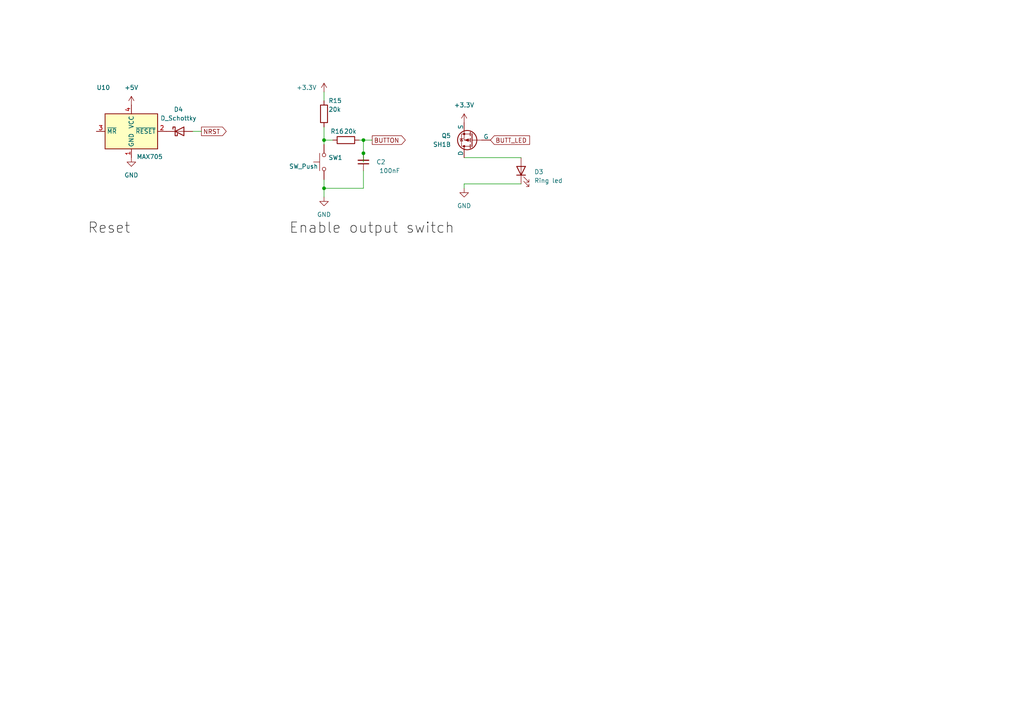
<source format=kicad_sch>
(kicad_sch (version 20250114) (generator "eeschema") (generator_version "9.0")
  (paper "A4")
  (lib_symbols
    (symbol "+3.3V_5" (power) (pin_names (offset 0))
      (property "Value" "+3.3V_5" (at 0 3.556 0))
      (symbol "+3.3V_5_0_1"
        (polyline (pts (xy -0.762 1.27) (xy 0 2.54)))
        (polyline (pts (xy 0 2.54) (xy 0.762 1.27)))
        (polyline (pts (xy 0 0) (xy 0 2.54)))
      )
      (symbol "+3.3V_5_1_1"
        (pin power_in line (at 0 0 90) (length 0) (hide yes) (name "+3.3V") (number "1"))
      )
    )
    (symbol "+3.3V_6" (power) (pin_names (offset 0))
      (property "Value" "+3.3V_6" (at 0 3.556 0))
      (symbol "+3.3V_6_0_1"
        (polyline (pts (xy -0.762 1.27) (xy 0 2.54)))
        (polyline (pts (xy 0 2.54) (xy 0.762 1.27)))
        (polyline (pts (xy 0 0) (xy 0 2.54)))
      )
      (symbol "+3.3V_6_1_1"
        (pin power_in line (at 0 0 90) (length 0) (hide yes) (name "+3.3V") (number "1"))
      )
    )
    (symbol "Device:C_Small" (pin_numbers (hide yes)) (pin_names (offset 0.254) (hide yes))
      (property "Reference" "C" (at 0.254 1.778 0))
      (property "Value" "C_Small" (at 0.254 -2.032 0))
      (symbol "C_Small_0_1"
        (polyline (pts (xy -1.524 0.508) (xy 1.524 0.508)) (stroke (width 0.3048)))
        (polyline (pts (xy -1.524 -0.508) (xy 1.524 -0.508)) (stroke (width 0.3302)))
      )
      (symbol "C_Small_1_1"
        (pin passive line (at 0 2.54 270) (length 2.032) (name "~") (number "1"))
        (pin passive line (at 0 -2.54 90) (length 2.032) (name "~") (number "2"))
      )
    )
    (symbol "Device:D_Schottky" (pin_numbers (hide yes)) (pin_names (offset 1.016) (hide yes))
      (property "Reference" "D" (at 0 2.54 0))
      (property "Value" "D_Schottky" (at 0 -2.54 0))
      (symbol "D_Schottky_0_1"
        (polyline (pts (xy -1.905 0.635) (xy -1.905 1.27) (xy -1.27 1.27) (xy -1.27 -1.27) (xy -0.635 -1.27) (xy -0.635 -0.635)) (stroke (width 0.254)))
        (polyline (pts (xy 1.27 1.27) (xy 1.27 -1.27) (xy -1.27 0) (xy 1.27 1.27)) (stroke (width 0.254)))
        (polyline (pts (xy 1.27 0) (xy -1.27 0)))
      )
      (symbol "D_Schottky_1_1"
        (pin passive line (at -3.81 0 0) (length 2.54) (name "K") (number "1"))
        (pin passive line (at 3.81 0 180) (length 2.54) (name "A") (number "2"))
      )
    )
    (symbol "Device:LED" (pin_numbers (hide yes)) (pin_names (offset 1.016) (hide yes))
      (property "Reference" "D" (at 0 2.54 0))
      (property "Value" "LED" (at 0 -2.54 0))
      (symbol "LED_0_1"
        (polyline (pts (xy -3.048 -0.762) (xy -4.572 -2.286) (xy -3.81 -2.286) (xy -4.572 -2.286) (xy -4.572 -1.524)))
        (polyline (pts (xy -1.778 -0.762) (xy -3.302 -2.286) (xy -2.54 -2.286) (xy -3.302 -2.286) (xy -3.302 -1.524)))
        (polyline (pts (xy -1.27 0) (xy 1.27 0)))
        (polyline (pts (xy -1.27 -1.27) (xy -1.27 1.27)) (stroke (width 0.254)))
        (polyline (pts (xy 1.27 -1.27) (xy 1.27 1.27) (xy -1.27 0) (xy 1.27 -1.27)) (stroke (width 0.254)))
      )
      (symbol "LED_1_1"
        (pin passive line (at -3.81 0 0) (length 2.54) (name "K") (number "1"))
        (pin passive line (at 3.81 0 180) (length 2.54) (name "A") (number "2"))
      )
    )
    (symbol "Device:R" (pin_numbers (hide yes)) (pin_names (offset 0))
      (property "Reference" "R" (at 2.032 0 90))
      (property "Value" "R" (at 0 0 90))
      (symbol "R_0_1"
        (rectangle (start -1.016 -2.54) (end 1.016 2.54) (stroke (width 0.254)))
      )
      (symbol "R_1_1"
        (pin passive line (at 0 3.81 270) (length 1.27) (name "~") (number "1"))
        (pin passive line (at 0 -3.81 90) (length 1.27) (name "~") (number "2"))
      )
    )
    (symbol "Power_Supervisor:MAX811LEUS-T"
      (property "Reference" "U" (at -7.62 6.35 0))
      (property "Value" "MAX811LEUS-T" (at 1.27 6.35 0))
      (symbol "MAX811LEUS-T_0_1"
        (rectangle (start -7.62 5.08) (end 7.62 -5.08) (stroke (width 0.254)) (fill (type background)))
      )
      (symbol "MAX811LEUS-T_1_1"
        (pin input line (at -10.16 0 0) (length 2.54) (name "~{MR}") (number "3"))
        (pin power_in line (at 0 7.62 270) (length 2.54) (name "VCC") (number "4"))
        (pin power_in line (at 0 -7.62 90) (length 2.54) (name "GND") (number "1"))
        (pin output line (at 10.16 0 180) (length 2.54) (name "~{RESET}") (number "2"))
      )
    )
    (symbol "Simulation_SPICE:PMOS" (pin_numbers (hide yes)) (pin_names (offset 0))
      (property "Reference" "Q" (at 5.08 1.27 0))
      (property "Value" "PMOS" (at 5.08 -1.27 0))
      (symbol "PMOS_0_1"
        (polyline (pts (xy 0.254 1.905) (xy 0.254 -1.905)) (stroke (width 0.254)))
        (polyline (pts (xy 0.254 0) (xy -2.54 0)))
        (polyline (pts (xy 0.762 2.286) (xy 0.762 1.27)) (stroke (width 0.254)))
        (polyline (pts (xy 0.762 1.778) (xy 3.302 1.778) (xy 3.302 -1.778) (xy 0.762 -1.778)))
        (polyline (pts (xy 0.762 0.508) (xy 0.762 -0.508)) (stroke (width 0.254)))
        (polyline (pts (xy 0.762 -1.27) (xy 0.762 -2.286)) (stroke (width 0.254)))
        (circle (center 1.651 0) (radius 2.794) (stroke (width 0.254)))
        (polyline (pts (xy 2.286 0) (xy 1.27 0.381) (xy 1.27 -0.381) (xy 2.286 0)) (fill (type outline)))
        (polyline (pts (xy 2.54 2.54) (xy 2.54 1.778)))
        (circle (center 2.54 1.778) (radius 0.254) (fill (type outline)))
        (circle (center 2.54 -1.778) (radius 0.254) (fill (type outline)))
        (polyline (pts (xy 2.54 -2.54) (xy 2.54 0) (xy 0.762 0)))
        (polyline (pts (xy 2.794 -0.508) (xy 2.921 -0.381) (xy 3.683 -0.381) (xy 3.81 -0.254)))
        (polyline (pts (xy 3.302 -0.381) (xy 2.921 0.254) (xy 3.683 0.254) (xy 3.302 -0.381)))
      )
      (symbol "PMOS_1_1"
        (pin input line (at -5.08 0 0) (length 2.54) (name "G") (number "2"))
        (pin passive line (at 2.54 5.08 270) (length 2.54) (name "D") (number "1"))
        (pin passive line (at 2.54 -5.08 90) (length 2.54) (name "S") (number "3"))
      )
    )
    (symbol "Switch:SW_Push" (pin_numbers (hide yes)) (pin_names (offset 1.016) (hide yes))
      (property "Reference" "SW" (at 1.27 2.54 0))
      (property "Value" "SW_Push" (at 0 -1.524 0))
      (symbol "SW_Push_0_1"
        (circle (center -2.032 0) (radius 0.508))
        (polyline (pts (xy 0 1.27) (xy 0 3.048)))
        (circle (center 2.032 0) (radius 0.508))
        (polyline (pts (xy 2.54 1.27) (xy -2.54 1.27)))
        (pin passive line (at -5.08 0 0) (length 2.54) (name "1") (number "1"))
        (pin passive line (at 5.08 0 180) (length 2.54) (name "2") (number "2"))
      )
    )
    (symbol "power:+5V" (power) (pin_numbers (hide yes)) (pin_names (offset 0) (hide yes))
      (property "Value" "+5V" (at 0 3.556 0))
      (symbol "+5V_0_1"
        (polyline (pts (xy -0.762 1.27) (xy 0 2.54)))
        (polyline (pts (xy 0 2.54) (xy 0.762 1.27)))
        (polyline (pts (xy 0 0) (xy 0 2.54)))
      )
      (symbol "+5V_1_1"
        (pin power_in line (at 0 0 90) (length 0) (name "~") (number "1"))
      )
    )
    (symbol "power:GND" (power) (pin_names (offset 0))
      (property "Value" "GND" (at 0 -3.81 0))
      (symbol "GND_0_1"
        (polyline (pts (xy 0 0) (xy 0 -1.27) (xy 1.27 -1.27) (xy 0 -2.54) (xy -1.27 -1.27) (xy 0 -1.27)))
      )
      (symbol "GND_1_1"
        (pin power_in line (at 0 0 270) (length 0) (hide yes) (name "GND") (number "1"))
      )
    )
  )
  (junction (at 93.98 40.64))
  (junction (at 105.41 44.45))
  (junction (at 105.41 40.64))
  (junction (at 93.98 54.61))
  (wire (pts (xy 93.98 36.83) (xy 93.98 40.64)))
  (wire (pts (xy 105.41 54.61) (xy 93.98 54.61)))
  (wire (pts (xy 134.62 54.61) (xy 134.62 53.34)))
  (wire (pts (xy 55.88 38.1) (xy 58.42 38.1)))
  (wire (pts (xy 93.98 54.61) (xy 93.98 57.15)))
  (wire (pts (xy 105.41 40.64) (xy 107.95 40.64)))
  (wire (pts (xy 93.98 40.64) (xy 93.98 41.91)))
  (wire (pts (xy 93.98 26.67) (xy 93.98 29.21)))
  (wire (pts (xy 105.41 40.64) (xy 105.41 44.45)))
  (wire (pts (xy 93.98 52.07) (xy 93.98 54.61)))
  (wire (pts (xy 134.62 53.34) (xy 151.13 53.34)))
  (wire (pts (xy 105.41 49.53) (xy 105.41 54.61)))
  (wire (pts (xy 134.62 45.72) (xy 151.13 45.72)))
  (wire (pts (xy 93.98 40.64) (xy 96.52 40.64)))
  (wire (pts (xy 104.14 40.64) (xy 105.41 40.64)))
  (wire (pts (xy 105.41 44.45) (xy 105.41 46.99)))
  (label "Reset" (at 25.4 68.58 0) (effects (font (size 3 3))))
  (label "Enable output switch" (at 83.82 68.58 0) (effects (font (size 3 3))))
  (global_label "BUTTON" (shape output) (at 107.95 40.64 0) (property "Intersheetrefs" "${INTERSHEET_REFS}" (effects (hide yes))))
  (global_label "NRST" (shape output) (at 58.42 38.1 0) (property "Intersheetrefs" "${INTERSHEET_REFS}" (effects (hide yes))))
  (global_label "BUTT_LED" (shape input) (at 142.24 40.64 0) (property "Intersheetrefs" "${INTERSHEET_REFS}" (effects (hide yes))))
  (symbol (lib_id "Device:C_Small") (at 105.41 46.99 180) (unit 1)
    (property "Reference" "C2" (at 110.49 46.99 0))
    (property "Value" "100nF" (at 113.03 49.53 0))
  )
  (symbol (lib_name "+3.3V_5") (lib_id "power:+3.3V") (at 93.98 26.67 0) (unit 1)
    (property "Reference" "#PWR020" (effects (hide yes)))
    (property "Value" "+3.3V" (at 88.9 25.4 0))
  )
  (symbol (lib_id "Device:R") (at 93.98 33.02 0) (unit 1)
    (property "Reference" "R15" (at 95.25 29.21 0) (effects (justify left)))
    (property "Value" "20k" (at 95.25 31.75 0) (effects (justify left)))
    (property "Footprint" "Resistor_SMD:R_0603_1608Metric" (effects (hide yes)))
  )
  (symbol (lib_id "Simulation_SPICE:PMOS") (at 137.16 40.64 180) (unit 1)
    (property "Reference" "Q5" (at 130.81 39.3699 0) (effects (justify left)))
    (property "Value" "SH1B" (at 130.81 41.9099 0) (effects (justify left)))
    (property "Datasheet" "https://ngspice.sourceforge.io/docs/ngspice-html-manual/manual.xhtml#cha_MOSFETs" (effects (hide yes)))
    (property "Description" "P-MOSFET transistor, drain/source/gate" (effects (hide yes)))
    (property "Sim.Device" "PMOS" (effects (hide yes)))
    (property "Sim.Type" "VDMOS" (effects (hide yes)))
    (property "Sim.Pins" "1=D 2=G 3=S" (effects (hide yes)))
  )
  (symbol (lib_id "Power_Supervisor:MAX811LEUS-T") (at 38.1 38.1 0) (unit 1)
    (property "Reference" "U10" (at 29.972 25.4 0))
    (property "Value" "MAX705" (at 43.434 45.466 0))
    (property "Footprint" "Package_TO_SOT_SMD:SOT-143" (effects (hide yes)))
    (property "Datasheet" "https://datasheets.maximintegrated.com/en/ds/MAX811-MAX812.pdf" (effects (hide yes)))
    (property "Description" "Power supply supervisor, Manual reset, Threshold 4.63V, SOT-143" (effects (hide yes)))
  )
  (symbol (lib_id "Switch:SW_Push") (at 93.98 46.99 90) (unit 1)
    (property "Reference" "SW1" (at 95.25 45.7199 90) (effects (justify right)))
    (property "Value" "SW_Push" (at 83.82 48.26 90) (effects (justify right)))
  )
  (symbol (lib_id "power:GND") (at 93.98 57.15 0) (unit 1)
    (property "Reference" "#PWR021" (effects (hide yes)))
    (property "Value" "GND" (at 93.98 62.23 0))
  )
  (symbol (lib_id "Device:R") (at 100.33 40.64 270) (unit 1)
    (property "Reference" "R16" (at 97.79 38.1 90))
    (property "Value" "20k" (at 101.6 38.1 90))
    (property "Footprint" "Resistor_SMD:R_0603_1608Metric" (effects (hide yes)))
  )
  (symbol (lib_id "Device:LED") (at 151.13 49.53 90) (unit 1)
    (property "Reference" "D3" (at 154.94 49.8474 90) (effects (justify right)))
    (property "Value" "Ring led" (at 154.94 52.3874 90) (effects (justify right)))
    (property "Description" "Light emitting diode" (effects (hide yes)))
    (property "Sim.Pins" "1=K 2=A" (effects (hide yes)))
  )
  (symbol (lib_id "power:GND") (at 38.1 45.72 0) (unit 1)
    (property "Reference" "#PWR034" (effects (hide yes)))
    (property "Value" "GND" (at 38.1 50.8 0))
  )
  (symbol (lib_id "power:GND") (at 134.62 54.61 0) (unit 1)
    (property "Reference" "#PWR033" (effects (hide yes)))
    (property "Value" "GND" (at 134.62 59.69 0))
  )
  (symbol (lib_id "Device:D_Schottky") (at 52.07 38.1 0) (unit 1)
    (property "Reference" "D4" (at 51.7525 31.75 0))
    (property "Value" "D_Schottky" (at 51.7525 34.29 0))
    (property "Description" "Schottky diode" (effects (hide yes)))
  )
  (symbol (lib_name "+3.3V_6") (lib_id "power:+3.3V") (at 134.62 35.56 0) (unit 1)
    (property "Reference" "#PWR032" (effects (hide yes)))
    (property "Value" "+3.3V" (at 134.62 30.48 0))
  )
  (symbol (lib_id "power:+5V") (at 38.1 30.48 0) (unit 1)
    (property "Reference" "#PWR035" (effects (hide yes)))
    (property "Value" "+5V" (at 38.1 25.4 0))
    (property "Description" "Power symbol creates a global label with name \"+5V\"" (effects (hide yes)))
  )
)
</source>
